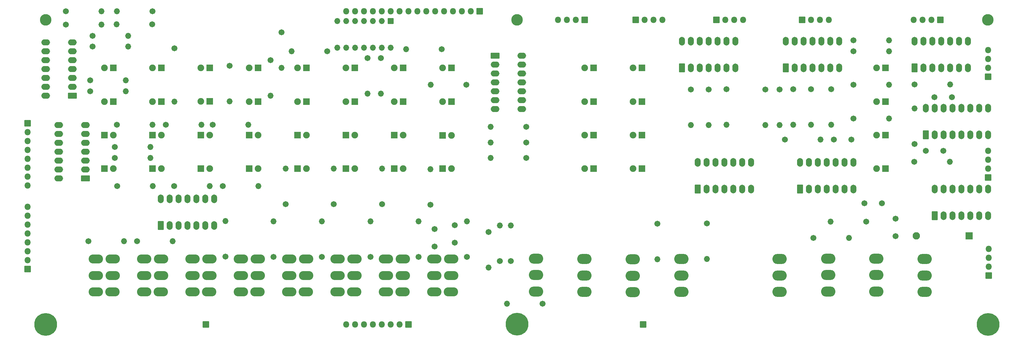
<source format=gbr>
G04 #@! TF.GenerationSoftware,KiCad,Pcbnew,(6.0.4-0)*
G04 #@! TF.CreationDate,2022-10-26T12:13:46+11:00*
G04 #@! TF.ProjectId,front panel 9602,66726f6e-7420-4706-916e-656c20393630,rev?*
G04 #@! TF.SameCoordinates,Original*
G04 #@! TF.FileFunction,Soldermask,Top*
G04 #@! TF.FilePolarity,Negative*
%FSLAX46Y46*%
G04 Gerber Fmt 4.6, Leading zero omitted, Abs format (unit mm)*
G04 Created by KiCad (PCBNEW (6.0.4-0)) date 2022-10-26 12:13:46*
%MOMM*%
%LPD*%
G01*
G04 APERTURE LIST*
G04 Aperture macros list*
%AMRoundRect*
0 Rectangle with rounded corners*
0 $1 Rounding radius*
0 $2 $3 $4 $5 $6 $7 $8 $9 X,Y pos of 4 corners*
0 Add a 4 corners polygon primitive as box body*
4,1,4,$2,$3,$4,$5,$6,$7,$8,$9,$2,$3,0*
0 Add four circle primitives for the rounded corners*
1,1,$1+$1,$2,$3*
1,1,$1+$1,$4,$5*
1,1,$1+$1,$6,$7*
1,1,$1+$1,$8,$9*
0 Add four rect primitives between the rounded corners*
20,1,$1+$1,$2,$3,$4,$5,0*
20,1,$1+$1,$4,$5,$6,$7,0*
20,1,$1+$1,$6,$7,$8,$9,0*
20,1,$1+$1,$8,$9,$2,$3,0*%
G04 Aperture macros list end*
%ADD10RoundRect,0.051000X0.800000X-1.200000X0.800000X1.200000X-0.800000X1.200000X-0.800000X-1.200000X0*%
%ADD11O,1.702000X2.502000*%
%ADD12C,1.702000*%
%ADD13O,1.702000X1.702000*%
%ADD14RoundRect,0.051000X-0.800000X0.800000X-0.800000X-0.800000X0.800000X-0.800000X0.800000X0.800000X0*%
%ADD15RoundRect,0.051000X1.200000X0.800000X-1.200000X0.800000X-1.200000X-0.800000X1.200000X-0.800000X0*%
%ADD16O,2.502000X1.702000*%
%ADD17RoundRect,0.051000X-1.200000X-0.800000X1.200000X-0.800000X1.200000X0.800000X-1.200000X0.800000X0*%
%ADD18RoundRect,0.051000X-0.900000X-0.900000X0.900000X-0.900000X0.900000X0.900000X-0.900000X0.900000X0*%
%ADD19C,1.902000*%
%ADD20RoundRect,0.051000X0.900000X0.900000X-0.900000X0.900000X-0.900000X-0.900000X0.900000X-0.900000X0*%
%ADD21C,3.302000*%
%ADD22O,4.102000X2.602000*%
%ADD23RoundRect,0.051000X1.000000X1.000000X-1.000000X1.000000X-1.000000X-1.000000X1.000000X-1.000000X0*%
%ADD24O,2.102000X2.102000*%
%ADD25C,0.902000*%
%ADD26C,6.502000*%
%ADD27O,4.102000X2.902000*%
%ADD28RoundRect,0.051000X-0.850000X-0.850000X0.850000X-0.850000X0.850000X0.850000X-0.850000X0.850000X0*%
%ADD29O,1.802000X1.802000*%
%ADD30RoundRect,0.051000X0.850000X0.850000X-0.850000X0.850000X-0.850000X-0.850000X0.850000X-0.850000X0*%
%ADD31RoundRect,0.051000X0.850000X-0.850000X0.850000X0.850000X-0.850000X0.850000X-0.850000X-0.850000X0*%
%ADD32RoundRect,0.051000X-0.850000X0.850000X-0.850000X-0.850000X0.850000X-0.850000X0.850000X0.850000X0*%
G04 APERTURE END LIST*
D10*
X243440000Y-98720000D03*
D11*
X245980000Y-98720000D03*
X248520000Y-98720000D03*
X251060000Y-98720000D03*
X253600000Y-98720000D03*
X256140000Y-98720000D03*
X258680000Y-98720000D03*
X258680000Y-91100000D03*
X256140000Y-91100000D03*
X253600000Y-91100000D03*
X251060000Y-91100000D03*
X248520000Y-91100000D03*
X245980000Y-91100000D03*
X243440000Y-91100000D03*
D12*
X270745000Y-70145000D03*
D13*
X270745000Y-80305000D03*
D12*
X94160000Y-58500000D03*
D13*
X94160000Y-73740000D03*
D10*
X272650000Y-98720000D03*
D11*
X275190000Y-98720000D03*
X277730000Y-98720000D03*
X280270000Y-98720000D03*
X282810000Y-98720000D03*
X285350000Y-98720000D03*
X287890000Y-98720000D03*
X287890000Y-91100000D03*
X285350000Y-91100000D03*
X282810000Y-91100000D03*
X280270000Y-91100000D03*
X277730000Y-91100000D03*
X275190000Y-91100000D03*
X272650000Y-91100000D03*
D10*
X311160000Y-106340000D03*
D11*
X313700000Y-106340000D03*
X316240000Y-106340000D03*
X318780000Y-106340000D03*
X321320000Y-106340000D03*
X323860000Y-106340000D03*
X326400000Y-106340000D03*
X326400000Y-98720000D03*
X323860000Y-98720000D03*
X321320000Y-98720000D03*
X318780000Y-98720000D03*
X316240000Y-98720000D03*
X313700000Y-98720000D03*
X311160000Y-98720000D03*
D14*
X155810000Y-50714000D03*
D13*
X153270000Y-50714000D03*
X150730000Y-50714000D03*
X148190000Y-50714000D03*
X145650000Y-50714000D03*
X143110000Y-50714000D03*
X140570000Y-50714000D03*
X140570000Y-58334000D03*
X143110000Y-58334000D03*
X145650000Y-58334000D03*
X148190000Y-58334000D03*
X150730000Y-58334000D03*
X153270000Y-58334000D03*
X155810000Y-58334000D03*
D15*
X65020000Y-72050000D03*
D16*
X65020000Y-69510000D03*
X65020000Y-66970000D03*
X65020000Y-64430000D03*
X65020000Y-61890000D03*
X65020000Y-59350000D03*
X65020000Y-56810000D03*
X57400000Y-56810000D03*
X57400000Y-59350000D03*
X57400000Y-61890000D03*
X57400000Y-64430000D03*
X57400000Y-66970000D03*
X57400000Y-69510000D03*
X57400000Y-72050000D03*
D17*
X185655000Y-60620000D03*
D16*
X185655000Y-63160000D03*
X185655000Y-65700000D03*
X185655000Y-68240000D03*
X185655000Y-70780000D03*
X185655000Y-73320000D03*
X185655000Y-75860000D03*
X193275000Y-75860000D03*
X193275000Y-73320000D03*
X193275000Y-70780000D03*
X193275000Y-68240000D03*
X193275000Y-65700000D03*
X193275000Y-63160000D03*
X193275000Y-60620000D03*
D10*
X305400000Y-64100000D03*
D11*
X307940000Y-64100000D03*
X310480000Y-64100000D03*
X313020000Y-64100000D03*
X315560000Y-64100000D03*
X318100000Y-64100000D03*
X320640000Y-64100000D03*
X320640000Y-56480000D03*
X318100000Y-56480000D03*
X315560000Y-56480000D03*
X313020000Y-56480000D03*
X310480000Y-56480000D03*
X307940000Y-56480000D03*
X305400000Y-56480000D03*
D15*
X68688000Y-95672000D03*
D16*
X68688000Y-93132000D03*
X68688000Y-90592000D03*
X68688000Y-88052000D03*
X68688000Y-85512000D03*
X68688000Y-82972000D03*
X68688000Y-80432000D03*
X61068000Y-80432000D03*
X61068000Y-82972000D03*
X61068000Y-85512000D03*
X61068000Y-88052000D03*
X61068000Y-90592000D03*
X61068000Y-93132000D03*
X61068000Y-95672000D03*
D10*
X90260000Y-109100000D03*
D11*
X92800000Y-109100000D03*
X95340000Y-109100000D03*
X97880000Y-109100000D03*
X100420000Y-109100000D03*
X102960000Y-109100000D03*
X105500000Y-109100000D03*
X105500000Y-101480000D03*
X102960000Y-101480000D03*
X100420000Y-101480000D03*
X97880000Y-101480000D03*
X95340000Y-101480000D03*
X92800000Y-101480000D03*
X90260000Y-101480000D03*
D12*
X174160000Y-109000000D03*
X174160000Y-114000000D03*
X168400000Y-110100000D03*
X168400000Y-115100000D03*
X296018000Y-102784000D03*
X291018000Y-102784000D03*
X287890000Y-56238500D03*
D13*
X298050000Y-56238500D03*
D12*
X287890000Y-59350000D03*
D13*
X298050000Y-59350000D03*
D12*
X287890000Y-68875000D03*
D13*
X298050000Y-68875000D03*
D12*
X287890000Y-78527000D03*
D13*
X298050000Y-78527000D03*
D12*
X281540000Y-70145000D03*
D13*
X281540000Y-80305000D03*
D12*
X275825000Y-70145000D03*
D13*
X275825000Y-80305000D03*
D12*
X266808000Y-70272000D03*
D13*
X266808000Y-80432000D03*
D12*
X246615000Y-70272000D03*
D13*
X246615000Y-80432000D03*
D12*
X262744000Y-70272000D03*
D13*
X262744000Y-80432000D03*
D12*
X251695000Y-70145000D03*
D13*
X251695000Y-80305000D03*
D12*
X241535000Y-70272000D03*
D13*
X241535000Y-80432000D03*
D12*
X305360000Y-85880000D03*
D13*
X305360000Y-75720000D03*
D12*
X69540000Y-113600000D03*
D13*
X79700000Y-113600000D03*
D12*
X305280000Y-90900000D03*
D13*
X315440000Y-90900000D03*
D12*
X305380000Y-68800000D03*
D13*
X315540000Y-68800000D03*
D12*
X231960000Y-108600000D03*
D13*
X231960000Y-118760000D03*
D12*
X199200000Y-131500000D03*
D13*
X189040000Y-131500000D03*
D12*
X246060000Y-108500000D03*
D13*
X246060000Y-118660000D03*
D12*
X190100000Y-119300000D03*
D13*
X190100000Y-109140000D03*
D12*
X291560000Y-108000000D03*
D13*
X281400000Y-108000000D03*
D12*
X187000000Y-119300000D03*
D13*
X187000000Y-109140000D03*
D12*
X276460000Y-112690000D03*
D13*
X286620000Y-112690000D03*
D12*
X183800000Y-111000000D03*
D13*
X183800000Y-121160000D03*
D12*
X268360000Y-84600000D03*
D13*
X278520000Y-84600000D03*
D12*
X83440000Y-113600000D03*
D13*
X93600000Y-113600000D03*
D12*
X108660000Y-118000000D03*
D13*
X108660000Y-107840000D03*
D12*
X122400000Y-118060000D03*
D13*
X122400000Y-107900000D03*
D12*
X136200000Y-118060000D03*
D13*
X136200000Y-107900000D03*
D12*
X150095000Y-118060000D03*
D13*
X150095000Y-107900000D03*
D12*
X163800000Y-118060000D03*
D13*
X163800000Y-107900000D03*
D12*
X177600000Y-118060000D03*
D13*
X177600000Y-107900000D03*
D18*
X170700000Y-92900000D03*
D19*
X173240000Y-92900000D03*
D18*
X156900000Y-92900000D03*
D19*
X159440000Y-92900000D03*
D18*
X143100000Y-92878000D03*
D19*
X145640000Y-92878000D03*
D18*
X129300000Y-92900000D03*
D19*
X131840000Y-92900000D03*
D18*
X101700000Y-92900000D03*
D19*
X104240000Y-92900000D03*
D18*
X87900000Y-92900000D03*
D19*
X90440000Y-92900000D03*
D18*
X74100000Y-92900000D03*
D19*
X76640000Y-92900000D03*
D20*
X173240000Y-64100000D03*
D19*
X170700000Y-64100000D03*
D20*
X159440000Y-64100000D03*
D19*
X156900000Y-64100000D03*
D20*
X145640000Y-64100000D03*
D19*
X143100000Y-64100000D03*
D20*
X118040000Y-64100000D03*
D19*
X115500000Y-64100000D03*
D20*
X76640000Y-64100000D03*
D19*
X74100000Y-64100000D03*
D20*
X173240000Y-73700000D03*
D19*
X170700000Y-73700000D03*
D20*
X145640000Y-73700000D03*
D19*
X143100000Y-73700000D03*
D20*
X131840000Y-73700000D03*
D19*
X129300000Y-73700000D03*
D20*
X118040000Y-73700000D03*
D19*
X115500000Y-73700000D03*
D20*
X104240000Y-73650000D03*
D19*
X101700000Y-73650000D03*
D20*
X90440000Y-73700000D03*
D19*
X87900000Y-73700000D03*
D20*
X76640000Y-73700000D03*
D19*
X74100000Y-73700000D03*
D18*
X170700000Y-83350000D03*
D19*
X173240000Y-83350000D03*
D18*
X156900000Y-83300000D03*
D19*
X159440000Y-83300000D03*
D18*
X143100000Y-83300000D03*
D19*
X145640000Y-83300000D03*
D18*
X115500000Y-83300000D03*
D19*
X118040000Y-83300000D03*
D18*
X101700000Y-83300000D03*
D19*
X104240000Y-83300000D03*
D18*
X87900000Y-83300000D03*
D19*
X90440000Y-83300000D03*
D18*
X74100000Y-83300000D03*
D19*
X76640000Y-83300000D03*
D20*
X227540000Y-64100000D03*
D19*
X225000000Y-64100000D03*
D20*
X227540000Y-83300000D03*
D19*
X225000000Y-83300000D03*
D20*
X227540000Y-92900000D03*
D19*
X225000000Y-92900000D03*
D20*
X227540000Y-73700000D03*
D19*
X225000000Y-73700000D03*
D20*
X213740000Y-92900000D03*
D19*
X211200000Y-92900000D03*
D20*
X213740000Y-83300000D03*
D19*
X211200000Y-83300000D03*
D20*
X213740000Y-73700000D03*
D19*
X211200000Y-73700000D03*
D20*
X213740000Y-64100000D03*
D19*
X211200000Y-64100000D03*
D20*
X297040000Y-92900000D03*
D19*
X294500000Y-92900000D03*
D20*
X297040000Y-83300000D03*
D19*
X294500000Y-83300000D03*
D20*
X297040000Y-73700000D03*
D19*
X294500000Y-73700000D03*
D20*
X297040000Y-64100000D03*
D19*
X294500000Y-64100000D03*
D21*
X191900000Y-50400000D03*
X326300000Y-50400000D03*
X57400000Y-50400000D03*
D12*
X167200000Y-103165000D03*
D13*
X167200000Y-93005000D03*
D12*
X139554000Y-103038000D03*
D13*
X139554000Y-92878000D03*
D12*
X125838000Y-103038000D03*
D13*
X125838000Y-92878000D03*
D12*
X94060000Y-97900000D03*
D13*
X104220000Y-97900000D03*
D12*
X77760000Y-97900000D03*
D13*
X87920000Y-97900000D03*
D12*
X77070000Y-89830000D03*
D13*
X87230000Y-89830000D03*
D12*
X177400000Y-68875000D03*
D13*
X167240000Y-68875000D03*
D12*
X124660000Y-53900000D03*
D13*
X124660000Y-64060000D03*
D12*
X63100000Y-47920000D03*
D13*
X73260000Y-47920000D03*
D12*
X63100000Y-51730000D03*
D13*
X73260000Y-51730000D03*
D12*
X194545000Y-89830000D03*
D13*
X184385000Y-89830000D03*
D12*
X194545000Y-80940000D03*
D13*
X184385000Y-80940000D03*
D12*
X153060000Y-61300000D03*
D13*
X153060000Y-71460000D03*
D12*
X149260000Y-61300000D03*
D13*
X149260000Y-71460000D03*
D12*
X194545000Y-85385000D03*
D13*
X184385000Y-85385000D03*
D12*
X109860000Y-63500000D03*
D13*
X109860000Y-73660000D03*
D12*
X87738000Y-51603000D03*
D13*
X77578000Y-51603000D03*
D12*
X70085000Y-67605000D03*
D13*
X80245000Y-67605000D03*
D12*
X105010000Y-80305000D03*
D13*
X115170000Y-80305000D03*
D12*
X91675000Y-80305000D03*
D13*
X101835000Y-80305000D03*
D12*
X77705000Y-80305000D03*
D13*
X87865000Y-80305000D03*
D10*
X268600000Y-64112500D03*
D11*
X271140000Y-64112500D03*
X273680000Y-64112500D03*
X276220000Y-64112500D03*
X278760000Y-64112500D03*
X281300000Y-64112500D03*
X283840000Y-64112500D03*
X283840000Y-56492500D03*
X281300000Y-56492500D03*
X278760000Y-56492500D03*
X276220000Y-56492500D03*
X273680000Y-56492500D03*
X271140000Y-56492500D03*
X268600000Y-56492500D03*
D10*
X238995000Y-64049000D03*
D11*
X241535000Y-64049000D03*
X244075000Y-64049000D03*
X246615000Y-64049000D03*
X249155000Y-64049000D03*
X251695000Y-64049000D03*
X254235000Y-64049000D03*
X254235000Y-56429000D03*
X251695000Y-56429000D03*
X249155000Y-56429000D03*
X246615000Y-56429000D03*
X244075000Y-56429000D03*
X241535000Y-56429000D03*
X238995000Y-56429000D03*
D12*
X299960000Y-107200000D03*
X299960000Y-112200000D03*
X311060000Y-72500000D03*
X316060000Y-72500000D03*
X313560000Y-87800000D03*
X308560000Y-87800000D03*
X287360000Y-84600000D03*
X282360000Y-84600000D03*
D20*
X90440000Y-64050000D03*
D19*
X87900000Y-64050000D03*
D20*
X159440000Y-73700000D03*
D19*
X156900000Y-73700000D03*
D18*
X115500000Y-92900000D03*
D19*
X118040000Y-92900000D03*
D20*
X104240000Y-64100000D03*
D19*
X101700000Y-64100000D03*
D12*
X70720000Y-58000000D03*
D13*
X80880000Y-58000000D03*
D12*
X77070000Y-86655000D03*
D13*
X87230000Y-86655000D03*
D12*
X87865000Y-47920000D03*
D13*
X77705000Y-47920000D03*
D12*
X121560000Y-61900000D03*
D13*
X121560000Y-72060000D03*
D12*
X153397000Y-103038000D03*
D13*
X153397000Y-92878000D03*
D12*
X137760000Y-59300000D03*
D13*
X127600000Y-59300000D03*
D19*
X129300000Y-64100000D03*
D20*
X131840000Y-64100000D03*
D13*
X118120000Y-97900000D03*
D12*
X107960000Y-97900000D03*
X170415000Y-58715000D03*
D13*
X160255000Y-58715000D03*
D12*
X70720000Y-54900000D03*
D13*
X80880000Y-54900000D03*
D22*
X173100000Y-118700000D03*
X173100000Y-123400000D03*
X173000000Y-128100000D03*
X168300000Y-118700000D03*
X168300000Y-123400000D03*
X168300000Y-128100000D03*
X145500000Y-118700000D03*
X145500000Y-123400000D03*
X145400000Y-128100000D03*
X140700000Y-118700000D03*
X140700000Y-123400000D03*
X140700000Y-128100000D03*
X131700000Y-118700000D03*
X131700000Y-123400000D03*
X131600000Y-128100000D03*
X126900000Y-118700000D03*
X126900000Y-123400000D03*
X126900000Y-128100000D03*
X117900000Y-118700000D03*
X117900000Y-123400000D03*
X117800000Y-128100000D03*
X113100000Y-118700000D03*
X113100000Y-123400000D03*
X113100000Y-128100000D03*
X104100000Y-118700000D03*
X104100000Y-123400000D03*
X104000000Y-128100000D03*
X99300000Y-118700000D03*
X99300000Y-123400000D03*
X99300000Y-128100000D03*
X90300000Y-118700000D03*
X90300000Y-123400000D03*
X90200000Y-128100000D03*
X85500000Y-118700000D03*
X85500000Y-123400000D03*
X85500000Y-128100000D03*
X76500000Y-118700000D03*
X76500000Y-123400000D03*
X76400000Y-128100000D03*
X71700000Y-118700000D03*
X71700000Y-123400000D03*
X71700000Y-128100000D03*
X159300000Y-118700000D03*
X159300000Y-123400000D03*
X159200000Y-128100000D03*
X154500000Y-118700000D03*
X154500000Y-123400000D03*
X154500000Y-128100000D03*
D23*
X320910000Y-112055000D03*
D24*
X305910000Y-112055000D03*
D25*
X59097056Y-139097056D03*
X57400000Y-135000000D03*
X55000000Y-137400000D03*
X57400000Y-139800000D03*
X59800000Y-137400000D03*
X55702944Y-135702944D03*
X55702944Y-139097056D03*
X59097056Y-135702944D03*
D26*
X57400000Y-137400000D03*
D25*
X328097056Y-135702944D03*
X328097056Y-139097056D03*
X324000000Y-137400000D03*
X324702944Y-135702944D03*
X326400000Y-135000000D03*
D26*
X326400000Y-137400000D03*
D25*
X324702944Y-139097056D03*
X326400000Y-139800000D03*
X328800000Y-137400000D03*
X191900000Y-134900000D03*
X190202944Y-135602944D03*
D26*
X191900000Y-137300000D03*
D25*
X189500000Y-137300000D03*
X191900000Y-139700000D03*
X193597056Y-135602944D03*
X193597056Y-138997056D03*
X194300000Y-137300000D03*
X190202944Y-138997056D03*
D18*
X129300000Y-83300000D03*
D19*
X131840000Y-83300000D03*
D12*
X70085000Y-70780000D03*
D13*
X80245000Y-70780000D03*
D10*
X308560000Y-83220000D03*
D11*
X311100000Y-83220000D03*
X313640000Y-83220000D03*
X316180000Y-83220000D03*
X318720000Y-83220000D03*
X321260000Y-83220000D03*
X323800000Y-83220000D03*
X326340000Y-83220000D03*
X326340000Y-75600000D03*
X323800000Y-75600000D03*
X321260000Y-75600000D03*
X318720000Y-75600000D03*
X316180000Y-75600000D03*
X313640000Y-75600000D03*
X311100000Y-75600000D03*
X308560000Y-75600000D03*
D27*
X211160000Y-128099000D03*
X211160000Y-123400000D03*
X211160000Y-118700000D03*
X308260000Y-118701000D03*
X308260000Y-123400000D03*
X308260000Y-128100000D03*
X294460000Y-127999000D03*
X294460000Y-123300000D03*
X294460000Y-118600000D03*
X238860000Y-128099000D03*
X238860000Y-123400000D03*
X238860000Y-118700000D03*
X224960000Y-128199000D03*
X224960000Y-123500000D03*
X224960000Y-118800000D03*
X197360000Y-118601000D03*
X197360000Y-123300000D03*
X197360000Y-128000000D03*
X266860000Y-128099000D03*
X266860000Y-123400000D03*
X266860000Y-118700000D03*
X280760000Y-127999000D03*
X280760000Y-123300000D03*
X280760000Y-118600000D03*
D28*
X52200000Y-121580000D03*
D29*
X52200000Y-119040000D03*
X52200000Y-116500000D03*
X52200000Y-113960000D03*
X52200000Y-111420000D03*
X52200000Y-108880000D03*
X52200000Y-106340000D03*
X52200000Y-103800000D03*
D30*
X52228800Y-79924000D03*
D29*
X52228800Y-82464000D03*
X52228800Y-85004000D03*
X52228800Y-87544000D03*
X52228800Y-90084000D03*
X52228800Y-92624000D03*
X52228800Y-95164000D03*
X52228800Y-97704000D03*
D31*
X181210000Y-47920000D03*
D29*
X178670000Y-47920000D03*
X176130000Y-47920000D03*
X173590000Y-47920000D03*
X171050000Y-47920000D03*
X168510000Y-47920000D03*
X165970000Y-47920000D03*
X163430000Y-47920000D03*
X160890000Y-47920000D03*
X158350000Y-47920000D03*
X155810000Y-47920000D03*
X153270000Y-47920000D03*
X150730000Y-47920000D03*
X148190000Y-47920000D03*
X145650000Y-47920000D03*
X143110000Y-47920000D03*
D32*
X225780000Y-50400000D03*
D29*
X228320000Y-50400000D03*
X230860000Y-50400000D03*
X233400000Y-50400000D03*
D32*
X248780000Y-50400000D03*
D29*
X251320000Y-50400000D03*
X253860000Y-50400000D03*
X256400000Y-50400000D03*
D32*
X273280000Y-50400000D03*
D29*
X275820000Y-50400000D03*
X278360000Y-50400000D03*
X280900000Y-50400000D03*
D31*
X160900000Y-137400000D03*
D29*
X158360000Y-137400000D03*
X155820000Y-137400000D03*
X153280000Y-137400000D03*
X150740000Y-137400000D03*
X148200000Y-137400000D03*
X145660000Y-137400000D03*
X143120000Y-137400000D03*
D31*
X312700000Y-50400000D03*
D29*
X310160000Y-50400000D03*
X307620000Y-50400000D03*
X305080000Y-50400000D03*
D28*
X326500000Y-123400000D03*
D29*
X326500000Y-120860000D03*
X326500000Y-118320000D03*
X326500000Y-115780000D03*
D28*
X326400000Y-95440000D03*
D29*
X326400000Y-92900000D03*
X326400000Y-90360000D03*
X326400000Y-87820000D03*
D28*
X326400000Y-66640000D03*
D29*
X326400000Y-64100000D03*
X326400000Y-61560000D03*
X326400000Y-59020000D03*
D31*
X211200000Y-50400000D03*
D29*
X208660000Y-50400000D03*
X206120000Y-50400000D03*
X203580000Y-50400000D03*
D28*
X103100000Y-137400000D03*
X227900000Y-137400000D03*
M02*

</source>
